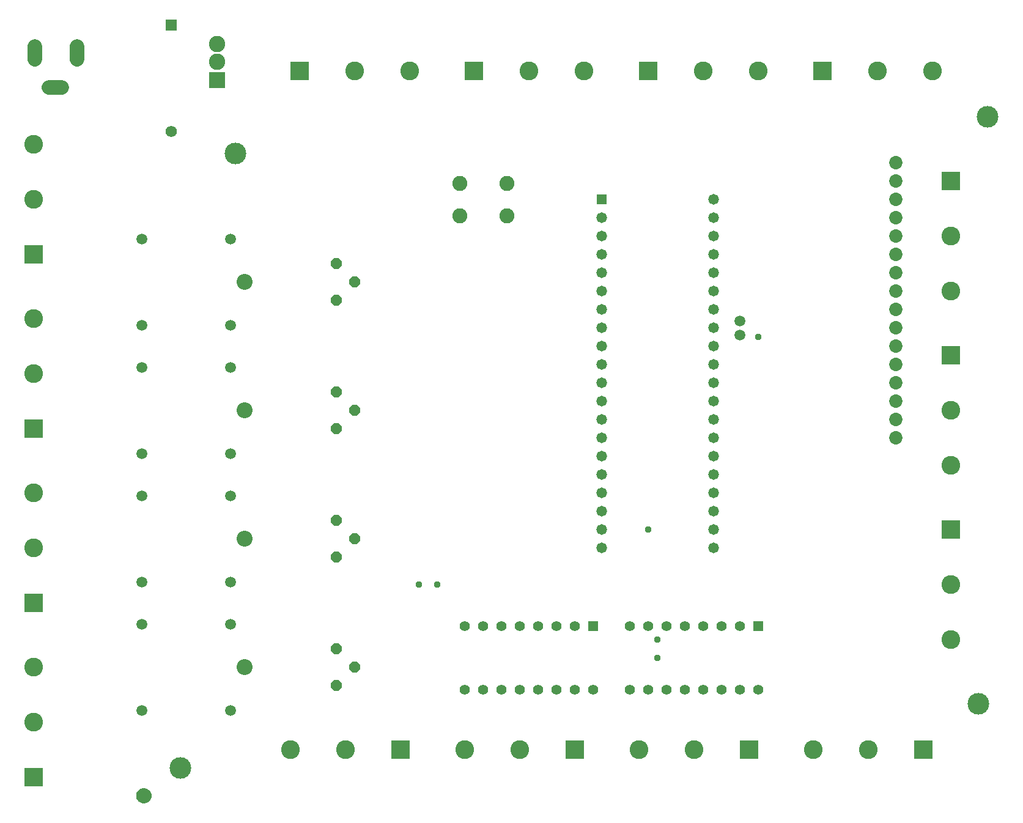
<source format=gbr>
G04 EAGLE Gerber RS-274X export*
G75*
%MOMM*%
%FSLAX34Y34*%
%LPD*%
%INSoldermask Bottom*%
%IPPOS*%
%AMOC8*
5,1,8,0,0,1.08239X$1,22.5*%
G01*
%ADD10R,1.561200X1.561200*%
%ADD11C,1.561200*%
%ADD12R,1.471200X1.471200*%
%ADD13C,1.471200*%
%ADD14R,2.258200X2.258200*%
%ADD15C,2.258200*%
%ADD16R,1.411200X1.411200*%
%ADD17C,1.411200*%
%ADD18C,2.003200*%
%ADD19C,2.213200*%
%ADD20C,1.511200*%
%ADD21P,1.649562X8X22.500000*%
%ADD22C,2.082800*%
%ADD23R,2.603200X2.603200*%
%ADD24C,2.603200*%
%ADD25C,1.853200*%
%ADD26C,3.003200*%
%ADD27C,0.959600*%

G36*
X243092Y-99380D02*
X243092Y-99380D01*
X243135Y-99368D01*
X243201Y-99361D01*
X244884Y-98910D01*
X244925Y-98891D01*
X244988Y-98872D01*
X246568Y-98135D01*
X246605Y-98109D01*
X246664Y-98080D01*
X248092Y-97080D01*
X248123Y-97048D01*
X248176Y-97009D01*
X249409Y-95776D01*
X249434Y-95740D01*
X249480Y-95692D01*
X250480Y-94264D01*
X250498Y-94223D01*
X250535Y-94168D01*
X251272Y-92588D01*
X251283Y-92545D01*
X251310Y-92484D01*
X251761Y-90801D01*
X251763Y-90770D01*
X251770Y-90748D01*
X251770Y-90733D01*
X251780Y-90692D01*
X251932Y-88955D01*
X251928Y-88911D01*
X251932Y-88845D01*
X251780Y-87108D01*
X251768Y-87065D01*
X251761Y-86999D01*
X251310Y-85316D01*
X251291Y-85275D01*
X251272Y-85212D01*
X250535Y-83632D01*
X250509Y-83595D01*
X250480Y-83536D01*
X249480Y-82108D01*
X249448Y-82077D01*
X249409Y-82024D01*
X248176Y-80791D01*
X248140Y-80766D01*
X248092Y-80720D01*
X246664Y-79720D01*
X246623Y-79702D01*
X246568Y-79665D01*
X244988Y-78928D01*
X244945Y-78917D01*
X244884Y-78890D01*
X243201Y-78439D01*
X243156Y-78436D01*
X243092Y-78420D01*
X241355Y-78268D01*
X241311Y-78272D01*
X241245Y-78268D01*
X239508Y-78420D01*
X239465Y-78432D01*
X239399Y-78439D01*
X237716Y-78890D01*
X237675Y-78909D01*
X237612Y-78928D01*
X236032Y-79665D01*
X235995Y-79691D01*
X235936Y-79720D01*
X234508Y-80720D01*
X234477Y-80752D01*
X234424Y-80791D01*
X233191Y-82024D01*
X233166Y-82060D01*
X233120Y-82108D01*
X232120Y-83536D01*
X232102Y-83577D01*
X232065Y-83632D01*
X231328Y-85212D01*
X231317Y-85255D01*
X231290Y-85316D01*
X230839Y-86999D01*
X230836Y-87044D01*
X230820Y-87108D01*
X230668Y-88845D01*
X230672Y-88889D01*
X230668Y-88955D01*
X230820Y-90692D01*
X230832Y-90735D01*
X230836Y-90769D01*
X230836Y-90785D01*
X230838Y-90790D01*
X230839Y-90801D01*
X231290Y-92484D01*
X231309Y-92525D01*
X231328Y-92588D01*
X232065Y-94168D01*
X232091Y-94205D01*
X232120Y-94264D01*
X233120Y-95692D01*
X233152Y-95723D01*
X233191Y-95776D01*
X234424Y-97009D01*
X234460Y-97034D01*
X234508Y-97080D01*
X235936Y-98080D01*
X235977Y-98098D01*
X236032Y-98135D01*
X237612Y-98872D01*
X237655Y-98883D01*
X237716Y-98910D01*
X239399Y-99361D01*
X239444Y-99364D01*
X239508Y-99380D01*
X241245Y-99532D01*
X241289Y-99528D01*
X241355Y-99532D01*
X243092Y-99380D01*
G37*
D10*
X279400Y977900D03*
D11*
X279400Y830900D03*
D12*
X875020Y736600D03*
D13*
X875020Y711200D03*
X875020Y685800D03*
X875020Y660400D03*
X875020Y635000D03*
X875020Y609600D03*
X875020Y584200D03*
X875020Y558800D03*
X875020Y533400D03*
X875020Y508000D03*
X875020Y482600D03*
X875020Y457200D03*
X875020Y431800D03*
X875020Y406400D03*
X875020Y381000D03*
X875020Y355600D03*
X875020Y330200D03*
X875020Y304800D03*
X875020Y279400D03*
X875020Y254000D03*
X1029980Y254000D03*
X1029980Y279400D03*
X1029980Y304800D03*
X1029980Y330200D03*
X1029980Y355600D03*
X1029980Y381000D03*
X1029980Y406400D03*
X1029980Y431800D03*
X1029980Y457200D03*
X1029980Y482600D03*
X1029980Y508000D03*
X1029980Y533400D03*
X1029980Y558800D03*
X1029980Y584200D03*
X1029980Y609600D03*
X1029980Y635000D03*
X1029980Y660400D03*
X1029980Y685800D03*
X1029980Y711200D03*
X1029980Y736600D03*
D14*
X342900Y901700D03*
D15*
X342900Y927050D03*
X342900Y952400D03*
D16*
X1092200Y145600D03*
D17*
X1066800Y145600D03*
X1041400Y145600D03*
X1016000Y145600D03*
X990600Y145600D03*
X965200Y145600D03*
X939800Y145600D03*
X914400Y145600D03*
X914400Y57600D03*
X939800Y57600D03*
X965200Y57600D03*
X990600Y57600D03*
X1016000Y57600D03*
X1041400Y57600D03*
X1066800Y57600D03*
X1092200Y57600D03*
D16*
X863600Y145600D03*
D17*
X838200Y145600D03*
X812800Y145600D03*
X787400Y145600D03*
X762000Y145600D03*
X736600Y145600D03*
X711200Y145600D03*
X685800Y145600D03*
X685800Y57600D03*
X711200Y57600D03*
X736600Y57600D03*
X762000Y57600D03*
X787400Y57600D03*
X812800Y57600D03*
X838200Y57600D03*
X863600Y57600D03*
D18*
X90700Y930800D02*
X90700Y948800D01*
X148700Y948800D02*
X148700Y930800D01*
X127700Y891800D02*
X109700Y891800D01*
D19*
X381000Y622300D03*
D20*
X361000Y562300D03*
X361000Y682300D03*
X239000Y562300D03*
X239000Y682300D03*
D19*
X381000Y88900D03*
D20*
X361000Y28900D03*
X361000Y148900D03*
X239000Y28900D03*
X239000Y148900D03*
D19*
X381000Y444500D03*
D20*
X361000Y384500D03*
X361000Y504500D03*
X239000Y384500D03*
X239000Y504500D03*
D19*
X381000Y266700D03*
D20*
X361000Y206700D03*
X361000Y326700D03*
X239000Y206700D03*
X239000Y326700D03*
D21*
X508000Y596900D03*
X533400Y622300D03*
X508000Y647700D03*
X508000Y63500D03*
X533400Y88900D03*
X508000Y114300D03*
X508000Y419100D03*
X533400Y444500D03*
X508000Y469900D03*
X508000Y241300D03*
X533400Y266700D03*
X508000Y292100D03*
D22*
X743712Y713994D03*
X678688Y713994D03*
X743712Y759206D03*
X678688Y759206D03*
D23*
X1320800Y-25400D03*
D24*
X1244600Y-25400D03*
X1168400Y-25400D03*
D23*
X1079500Y-25400D03*
D24*
X1003300Y-25400D03*
X927100Y-25400D03*
D23*
X596900Y-25400D03*
D24*
X520700Y-25400D03*
X444500Y-25400D03*
D23*
X838200Y-25400D03*
D24*
X762000Y-25400D03*
X685800Y-25400D03*
D23*
X939800Y914400D03*
D24*
X1016000Y914400D03*
X1092200Y914400D03*
D23*
X698500Y914400D03*
D24*
X774700Y914400D03*
X850900Y914400D03*
D23*
X1181100Y914400D03*
D24*
X1257300Y914400D03*
X1333500Y914400D03*
D23*
X457200Y914400D03*
D24*
X533400Y914400D03*
X609600Y914400D03*
D23*
X88900Y177800D03*
D24*
X88900Y254000D03*
X88900Y330200D03*
D23*
X88900Y-63500D03*
D24*
X88900Y12700D03*
X88900Y88900D03*
D23*
X88900Y419100D03*
D24*
X88900Y495300D03*
X88900Y571500D03*
D23*
X88900Y660400D03*
D24*
X88900Y736600D03*
X88900Y812800D03*
D23*
X1358900Y762000D03*
D24*
X1358900Y685800D03*
X1358900Y609600D03*
D23*
X1358900Y520700D03*
D24*
X1358900Y444500D03*
X1358900Y368300D03*
D23*
X1358900Y279400D03*
D24*
X1358900Y203200D03*
X1358900Y127000D03*
D25*
X1282700Y406400D03*
X1282700Y431800D03*
X1282700Y457200D03*
X1282700Y482600D03*
X1282700Y508000D03*
X1282700Y533400D03*
X1282700Y558800D03*
X1282700Y584200D03*
X1282700Y609600D03*
X1282700Y635000D03*
X1282700Y660400D03*
X1282700Y685800D03*
X1282700Y711200D03*
X1282700Y736600D03*
X1282700Y762000D03*
X1282700Y787400D03*
D26*
X1397000Y38100D03*
X292100Y-50800D03*
X368300Y800100D03*
X1409700Y850900D03*
D20*
X1066800Y568800D03*
X1066800Y548800D03*
D27*
X1092200Y546100D03*
X939800Y279400D03*
X952500Y127000D03*
X952500Y101600D03*
X622300Y203200D03*
X647700Y203200D03*
M02*

</source>
